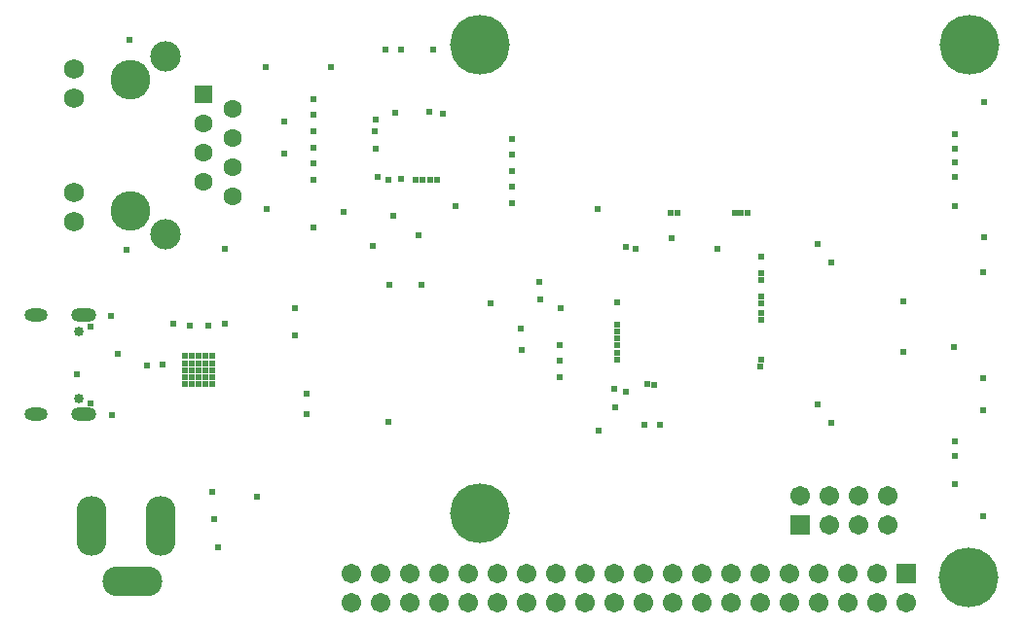
<source format=gbs>
G04*
G04 #@! TF.GenerationSoftware,Altium Limited,Altium Designer,20.0.12 (288)*
G04*
G04 Layer_Color=16711935*
%FSLAX44Y44*%
%MOMM*%
G71*
G01*
G75*
%ADD61C,0.8532*%
%ADD62O,2.2032X1.2032*%
%ADD63O,2.0032X1.1032*%
%ADD64C,5.2032*%
%ADD65R,1.7032X1.7032*%
%ADD66C,1.7032*%
%ADD67O,5.2032X2.6032*%
%ADD68O,2.6032X5.2032*%
%ADD69R,1.6012X1.6012*%
%ADD70C,1.6012*%
%ADD71C,1.7332*%
%ADD72C,2.6482*%
%ADD73C,3.4532*%
%ADD74C,0.6032*%
D61*
X646018Y794404D02*
D03*
Y736604D02*
D03*
D62*
X650818Y808754D02*
D03*
Y722254D02*
D03*
D63*
X609018Y808754D02*
D03*
Y722254D02*
D03*
D64*
X995250Y636500D02*
D03*
Y1044750D02*
D03*
X1421250D02*
D03*
X1420500Y580000D02*
D03*
D65*
X1273600Y626100D02*
D03*
X1365650Y584150D02*
D03*
D66*
X1299000Y626100D02*
D03*
X1324400D02*
D03*
X1349800D02*
D03*
X1273600Y651500D02*
D03*
X1299000D02*
D03*
X1324400D02*
D03*
X1349800D02*
D03*
X1340250Y584150D02*
D03*
X1314850D02*
D03*
X1289450D02*
D03*
X1264050D02*
D03*
X1238650D02*
D03*
X1213250D02*
D03*
X1187850D02*
D03*
X1162450D02*
D03*
X1137050D02*
D03*
X1111650D02*
D03*
X1086250D02*
D03*
X1060850D02*
D03*
X1035450D02*
D03*
X1010050D02*
D03*
X984650D02*
D03*
X959250D02*
D03*
X933850D02*
D03*
X908450D02*
D03*
X883050D02*
D03*
X1365650Y558750D02*
D03*
X1340250D02*
D03*
X1314850D02*
D03*
X1289450D02*
D03*
X1264050D02*
D03*
X1238650D02*
D03*
X1213250D02*
D03*
X1187850D02*
D03*
X1162450D02*
D03*
X1137050D02*
D03*
X1111650D02*
D03*
X1086250D02*
D03*
X1060850D02*
D03*
X1035450D02*
D03*
X1010050D02*
D03*
X984650D02*
D03*
X959250D02*
D03*
X933850D02*
D03*
X908450D02*
D03*
X883050D02*
D03*
D67*
X692687Y577050D02*
D03*
D68*
X717687Y625050D02*
D03*
X657687D02*
D03*
D69*
X754976Y1001400D02*
D03*
D70*
X780376Y988700D02*
D03*
X754976Y976000D02*
D03*
X780376Y963300D02*
D03*
X754976Y950600D02*
D03*
X780376Y937900D02*
D03*
X754976Y925200D02*
D03*
X780376Y912500D02*
D03*
D71*
X642476Y1023150D02*
D03*
Y997750D02*
D03*
Y890650D02*
D03*
Y916050D02*
D03*
D72*
X721976Y1034350D02*
D03*
Y879450D02*
D03*
D73*
X691476Y899750D02*
D03*
Y1014050D02*
D03*
D74*
X645000Y757750D02*
D03*
X1161250Y898000D02*
D03*
X1047500Y822750D02*
D03*
X738812Y767000D02*
D03*
Y760938D02*
D03*
Y754875D02*
D03*
X1130500Y866500D02*
D03*
X876310Y899000D02*
D03*
X1137955Y713290D02*
D03*
X1228250Y897500D02*
D03*
X1222436Y897580D02*
D03*
X1216937Y897496D02*
D03*
X1239891Y825105D02*
D03*
X1239343Y764301D02*
D03*
X1239993Y810554D02*
D03*
X1239617Y845120D02*
D03*
X1146839Y748216D02*
D03*
X1162100Y876096D02*
D03*
X1239500Y804500D02*
D03*
X1152045Y713182D02*
D03*
X1239500Y839250D02*
D03*
X1202000Y866750D02*
D03*
X1239500Y770000D02*
D03*
Y818750D02*
D03*
X1140568Y748690D02*
D03*
X1408254Y686260D02*
D03*
X1167250Y898000D02*
D03*
X1408254Y698760D02*
D03*
X1408060Y929060D02*
D03*
Y941560D02*
D03*
Y954060D02*
D03*
Y966560D02*
D03*
X1122250Y868250D02*
D03*
X1114750Y819750D02*
D03*
X1114250Y800500D02*
D03*
X1114554Y794539D02*
D03*
X1004750Y819500D02*
D03*
X1112480Y728270D02*
D03*
X1112000Y744750D02*
D03*
X915680Y715930D02*
D03*
X742750Y799500D02*
D03*
X759200Y799500D02*
D03*
X1114514Y775652D02*
D03*
X1114725Y788479D02*
D03*
X1114583Y782412D02*
D03*
X945558Y926777D02*
D03*
X939250Y926750D02*
D03*
X944500Y835250D02*
D03*
X958000Y926750D02*
D03*
X951750D02*
D03*
X1114250Y769750D02*
D03*
X1122250Y742000D02*
D03*
X906250Y929520D02*
D03*
X850732Y885250D02*
D03*
X926732Y1039750D02*
D03*
X915750Y927000D02*
D03*
X680450Y774750D02*
D03*
X903948Y968770D02*
D03*
X1098750Y708500D02*
D03*
X904500Y953750D02*
D03*
X951250Y985750D02*
D03*
X963000Y984000D02*
D03*
X926250Y927250D02*
D03*
X904250Y979000D02*
D03*
X921250Y985500D02*
D03*
X1433860Y876560D02*
D03*
X719520Y766000D02*
D03*
X954482Y1039750D02*
D03*
X912732D02*
D03*
X1022982Y906500D02*
D03*
Y920500D02*
D03*
Y962250D02*
D03*
Y948500D02*
D03*
Y934500D02*
D03*
X1239500Y859750D02*
D03*
X1289223Y731500D02*
D03*
X1300500Y715250D02*
D03*
X1433110Y633760D02*
D03*
X1408254Y661260D02*
D03*
X1433110Y726260D02*
D03*
X1408060Y904060D02*
D03*
X1433860Y994060D02*
D03*
X1433110Y846270D02*
D03*
Y753770D02*
D03*
X1407310Y781270D02*
D03*
X1363850Y777000D02*
D03*
X1363750Y821000D02*
D03*
X1300500Y854750D02*
D03*
X1289223Y871000D02*
D03*
X1097250Y901000D02*
D03*
X1046780Y837610D02*
D03*
X1031280Y778360D02*
D03*
X1065000Y755000D02*
D03*
Y769000D02*
D03*
X1065500Y814500D02*
D03*
X1065000Y783000D02*
D03*
X1030530Y796860D02*
D03*
X844500Y740000D02*
D03*
X844430Y722930D02*
D03*
X767500Y606250D02*
D03*
X764250Y631500D02*
D03*
X801000Y651000D02*
D03*
X762500Y655000D02*
D03*
X756625Y754875D02*
D03*
Y773063D02*
D03*
Y767000D02*
D03*
Y760938D02*
D03*
Y748812D02*
D03*
X744750Y754875D02*
D03*
X750687D02*
D03*
X762562D02*
D03*
X738812Y748812D02*
D03*
X744750D02*
D03*
X750687D02*
D03*
X762562D02*
D03*
X744750Y760938D02*
D03*
X750687D02*
D03*
X762562D02*
D03*
X744750Y767000D02*
D03*
X750687D02*
D03*
X762562D02*
D03*
Y773063D02*
D03*
X750687D02*
D03*
X744750D02*
D03*
X738812D02*
D03*
X728750Y801250D02*
D03*
X773250Y801500D02*
D03*
X705550Y765250D02*
D03*
X674750Y721750D02*
D03*
X656870Y731760D02*
D03*
Y798760D02*
D03*
X674500Y808250D02*
D03*
X687500Y865750D02*
D03*
X690500Y1048250D02*
D03*
X773500Y866250D02*
D03*
X809482Y901000D02*
D03*
X825000Y977500D02*
D03*
X808732Y1024500D02*
D03*
X865732Y1025250D02*
D03*
X850732Y997250D02*
D03*
Y983000D02*
D03*
X850750Y955000D02*
D03*
X825000Y949750D02*
D03*
X850750Y969000D02*
D03*
X850732Y941000D02*
D03*
Y927000D02*
D03*
X902250Y868750D02*
D03*
X941982Y878000D02*
D03*
X919983Y895000D02*
D03*
X974000Y903500D02*
D03*
X916750Y835250D02*
D03*
X834000Y791000D02*
D03*
Y815000D02*
D03*
M02*

</source>
